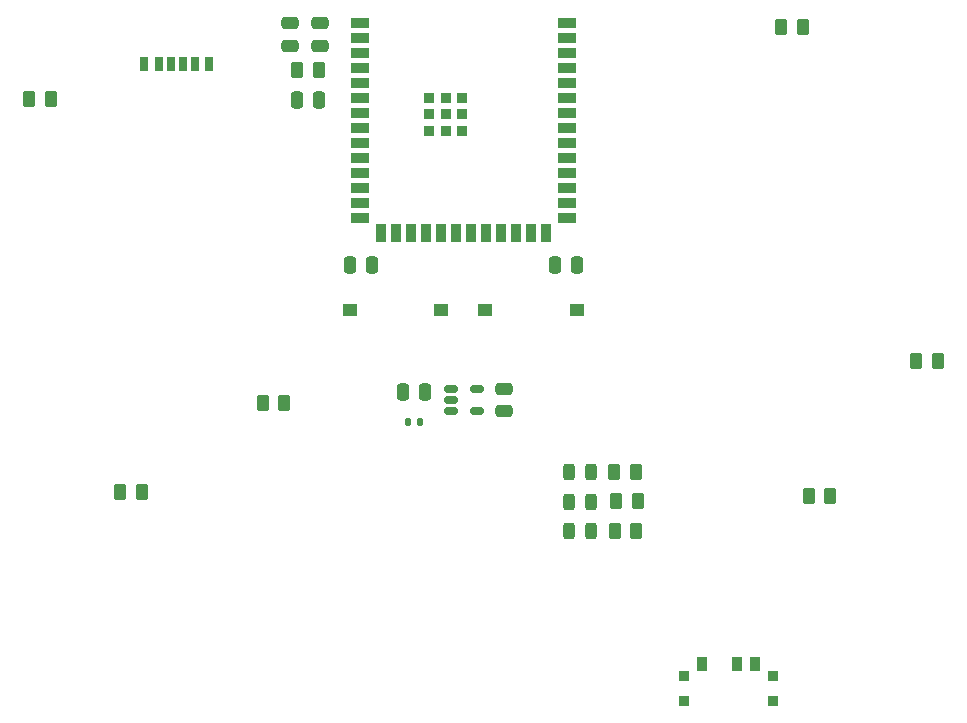
<source format=gbr>
%TF.GenerationSoftware,KiCad,Pcbnew,7.0.9*%
%TF.CreationDate,2024-05-06T23:46:12-05:00*%
%TF.ProjectId,CONTROL WIFI ESP32 S3 V4.0,434f4e54-524f-44c2-9057-494649204553,rev?*%
%TF.SameCoordinates,Original*%
%TF.FileFunction,Paste,Top*%
%TF.FilePolarity,Positive*%
%FSLAX46Y46*%
G04 Gerber Fmt 4.6, Leading zero omitted, Abs format (unit mm)*
G04 Created by KiCad (PCBNEW 7.0.9) date 2024-05-06 23:46:12*
%MOMM*%
%LPD*%
G01*
G04 APERTURE LIST*
G04 Aperture macros list*
%AMRoundRect*
0 Rectangle with rounded corners*
0 $1 Rounding radius*
0 $2 $3 $4 $5 $6 $7 $8 $9 X,Y pos of 4 corners*
0 Add a 4 corners polygon primitive as box body*
4,1,4,$2,$3,$4,$5,$6,$7,$8,$9,$2,$3,0*
0 Add four circle primitives for the rounded corners*
1,1,$1+$1,$2,$3*
1,1,$1+$1,$4,$5*
1,1,$1+$1,$6,$7*
1,1,$1+$1,$8,$9*
0 Add four rect primitives between the rounded corners*
20,1,$1+$1,$2,$3,$4,$5,0*
20,1,$1+$1,$4,$5,$6,$7,0*
20,1,$1+$1,$6,$7,$8,$9,0*
20,1,$1+$1,$8,$9,$2,$3,0*%
G04 Aperture macros list end*
%ADD10RoundRect,0.180000X0.390000X-0.120000X0.390000X0.120000X-0.390000X0.120000X-0.390000X-0.120000X0*%
%ADD11RoundRect,0.135000X-0.135000X-0.185000X0.135000X-0.185000X0.135000X0.185000X-0.135000X0.185000X0*%
%ADD12RoundRect,0.250000X0.250000X0.475000X-0.250000X0.475000X-0.250000X-0.475000X0.250000X-0.475000X0*%
%ADD13RoundRect,0.250000X-0.475000X0.250000X-0.475000X-0.250000X0.475000X-0.250000X0.475000X0.250000X0*%
%ADD14RoundRect,0.250000X-0.250000X-0.475000X0.250000X-0.475000X0.250000X0.475000X-0.250000X0.475000X0*%
%ADD15RoundRect,0.250000X0.262500X0.450000X-0.262500X0.450000X-0.262500X-0.450000X0.262500X-0.450000X0*%
%ADD16RoundRect,0.243750X0.243750X0.456250X-0.243750X0.456250X-0.243750X-0.456250X0.243750X-0.456250X0*%
%ADD17RoundRect,0.243750X-0.243750X-0.456250X0.243750X-0.456250X0.243750X0.456250X-0.243750X0.456250X0*%
%ADD18RoundRect,0.250000X-0.262500X-0.450000X0.262500X-0.450000X0.262500X0.450000X-0.262500X0.450000X0*%
%ADD19R,1.250000X1.000000*%
%ADD20R,0.700000X1.200000*%
%ADD21R,0.760000X1.200000*%
%ADD22R,0.800000X1.200000*%
%ADD23R,0.889000X1.244600*%
%ADD24R,0.812800X0.889000*%
%ADD25R,1.500000X0.900000*%
%ADD26R,0.900000X1.500000*%
%ADD27R,0.900000X0.900000*%
G04 APERTURE END LIST*
D10*
%TO.C,U1*%
X77350000Y-114460000D03*
X77350000Y-116360000D03*
X75070000Y-116360000D03*
X75070000Y-115410000D03*
X75070000Y-114460000D03*
%TD*%
D11*
%TO.C,R14*%
X71430000Y-117260000D03*
X72450000Y-117260000D03*
%TD*%
D12*
%TO.C,C2*%
X72920000Y-114690000D03*
X71020000Y-114690000D03*
%TD*%
D13*
%TO.C,C1*%
X79630000Y-114480000D03*
X79630000Y-116380000D03*
%TD*%
D14*
%TO.C,C6*%
X62050000Y-90000000D03*
X63950000Y-90000000D03*
%TD*%
D15*
%TO.C,R12*%
X116312500Y-112100000D03*
X114487500Y-112100000D03*
%TD*%
D16*
%TO.C,STDBY1*%
X86975000Y-124015000D03*
X85100000Y-124015000D03*
%TD*%
D17*
%TO.C,D1*%
X85100000Y-126515000D03*
X86975000Y-126515000D03*
%TD*%
D12*
%TO.C,C10*%
X85800000Y-104000000D03*
X83900000Y-104000000D03*
%TD*%
D15*
%TO.C,R13*%
X61012500Y-115700000D03*
X59187500Y-115700000D03*
%TD*%
D16*
%TO.C,CHRG1*%
X86975000Y-121515000D03*
X85100000Y-121515000D03*
%TD*%
D12*
%TO.C,C9*%
X68450000Y-104000000D03*
X66550000Y-104000000D03*
%TD*%
D13*
%TO.C,C8*%
X61500000Y-83500000D03*
X61500000Y-85400000D03*
%TD*%
D15*
%TO.C,R4*%
X90912500Y-124000000D03*
X89087500Y-124000000D03*
%TD*%
D18*
%TO.C,R8*%
X103087500Y-83800000D03*
X104912500Y-83800000D03*
%TD*%
D15*
%TO.C,R9*%
X41212500Y-89900000D03*
X39387500Y-89900000D03*
%TD*%
D19*
%TO.C,BT3*%
X78025000Y-107765000D03*
X85775000Y-107765000D03*
%TD*%
D20*
%TO.C,J5*%
X52400000Y-86930000D03*
D21*
X50380000Y-86930000D03*
D22*
X49150000Y-86930000D03*
D20*
X51400000Y-86930000D03*
D21*
X53420000Y-86930000D03*
D22*
X54650000Y-86930000D03*
%TD*%
D19*
%TO.C,EN1*%
X66525000Y-107765000D03*
X74275000Y-107765000D03*
%TD*%
D18*
%TO.C,R3*%
X62087500Y-87500000D03*
X63912500Y-87500000D03*
%TD*%
D23*
%TO.C,SW1*%
X96349999Y-137728400D03*
X99350001Y-137728400D03*
X100850001Y-137728400D03*
D24*
X94800000Y-138753399D03*
X102400000Y-138753399D03*
X94800000Y-140853400D03*
X102400000Y-140853400D03*
%TD*%
D15*
%TO.C,R1*%
X90812500Y-126515000D03*
X88987500Y-126515000D03*
%TD*%
D18*
%TO.C,R11*%
X105387500Y-123500000D03*
X107212500Y-123500000D03*
%TD*%
D15*
%TO.C,R10*%
X48912500Y-123200000D03*
X47087500Y-123200000D03*
%TD*%
D13*
%TO.C,C7*%
X64000000Y-83500000D03*
X64000000Y-85400000D03*
%TD*%
D25*
%TO.C,U3*%
X67400000Y-83505000D03*
X67400000Y-84775000D03*
X67400000Y-86045000D03*
X67400000Y-87315000D03*
X67400000Y-88585000D03*
X67400000Y-89855000D03*
X67400000Y-91125000D03*
X67400000Y-92395000D03*
X67400000Y-93665000D03*
X67400000Y-94935000D03*
X67400000Y-96205000D03*
X67400000Y-97475000D03*
X67400000Y-98745000D03*
X67400000Y-100015000D03*
D26*
X69165000Y-101265000D03*
X70435000Y-101265000D03*
X71705000Y-101265000D03*
X72975000Y-101265000D03*
X74245000Y-101265000D03*
X75515000Y-101265000D03*
X76785000Y-101265000D03*
X78055000Y-101265000D03*
X79325000Y-101265000D03*
X80595000Y-101265000D03*
X81865000Y-101265000D03*
X83135000Y-101265000D03*
D25*
X84900000Y-100015000D03*
X84900000Y-98745000D03*
X84900000Y-97475000D03*
X84900000Y-96205000D03*
X84900000Y-94935000D03*
X84900000Y-93665000D03*
X84900000Y-92395000D03*
X84900000Y-91125000D03*
X84900000Y-89855000D03*
X84900000Y-88585000D03*
X84900000Y-87315000D03*
X84900000Y-86045000D03*
X84900000Y-84775000D03*
X84900000Y-83505000D03*
D27*
X74650000Y-91225000D03*
X73250000Y-91225000D03*
X76050000Y-91225000D03*
X73250000Y-92625000D03*
X74650000Y-92625000D03*
X76050000Y-92625000D03*
X73250000Y-89825000D03*
X74650000Y-89825000D03*
X76050000Y-89825000D03*
%TD*%
D15*
%TO.C,R5*%
X90762500Y-121500000D03*
X88937500Y-121500000D03*
%TD*%
M02*

</source>
